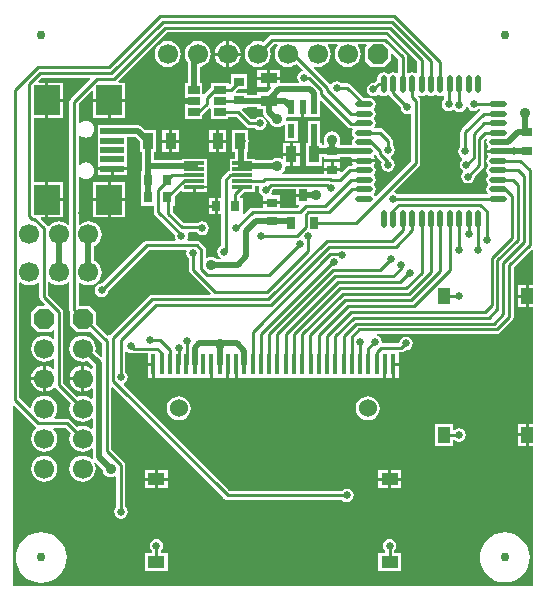
<source format=gtl>
G04 Layer_Physical_Order=1*
G04 Layer_Color=255*
%FSLAX24Y24*%
%MOIN*%
G70*
G01*
G75*
%ADD10R,0.0354X0.0551*%
%ADD11R,0.0551X0.0354*%
%ADD12R,0.0217X0.0453*%
%ADD13R,0.0354X0.0315*%
%ADD14R,0.0394X0.0256*%
%ADD15R,0.0256X0.0413*%
%ADD16R,0.0394X0.0551*%
%ADD17R,0.0551X0.0394*%
%ADD18R,0.0315X0.0354*%
%ADD19R,0.0157X0.0709*%
%ADD20R,0.0866X0.0984*%
%ADD21R,0.0787X0.0197*%
%ADD22R,0.0650X0.0118*%
%ADD23O,0.0591X0.0217*%
%ADD24O,0.0217X0.0591*%
%ADD25C,0.0197*%
%ADD26C,0.0098*%
%ADD27C,0.0100*%
%ADD28C,0.0669*%
%ADD29P,0.0724X8X292.5*%
%ADD30C,0.0300*%
%ADD31P,0.0724X8X202.5*%
%ADD32C,0.0600*%
%ADD33C,0.0250*%
%ADD34C,0.0354*%
G36*
X2767Y17077D02*
X2118Y16427D01*
X2085Y16379D01*
X2074Y16321D01*
Y12227D01*
X2024Y12214D01*
X1941Y12278D01*
X1835Y12322D01*
X1722Y12336D01*
X1609Y12322D01*
X1504Y12278D01*
X1414Y12208D01*
X1398Y12189D01*
X1337Y12191D01*
X1327Y12206D01*
X1110Y12423D01*
X1129Y12469D01*
X1269D01*
Y13061D01*
Y13653D01*
X889D01*
Y15776D01*
X1269D01*
Y16368D01*
Y16960D01*
X1055D01*
X1036Y17006D01*
X1153Y17123D01*
X2748D01*
X2767Y17077D01*
D02*
G37*
G36*
X8411Y13486D02*
X8402Y13473D01*
X8384Y13386D01*
X8402Y13299D01*
X8451Y13225D01*
X8525Y13175D01*
X8532Y13174D01*
Y13013D01*
X9086D01*
Y13220D01*
X8830D01*
X8804Y13270D01*
X8823Y13299D01*
X8840Y13386D01*
X8888Y13403D01*
X9615D01*
Y13249D01*
X9843D01*
Y13149D01*
X9615D01*
Y12892D01*
X9715D01*
X9734Y12846D01*
X9687Y12798D01*
X9086D01*
Y12913D01*
X8532D01*
Y12798D01*
X8178D01*
X8120Y12787D01*
X8072Y12754D01*
X7904Y12587D01*
X7854Y12608D01*
Y13120D01*
X7749D01*
Y13176D01*
X7900Y13327D01*
X8258D01*
Y13531D01*
X8387D01*
X8411Y13486D01*
D02*
G37*
G36*
X14005Y16553D02*
X14043Y16528D01*
X14124Y16512D01*
X14205Y16528D01*
X14243Y16553D01*
X14282Y16570D01*
X14320Y16553D01*
X14358Y16528D01*
X14439Y16512D01*
X14514Y16527D01*
X14529Y16523D01*
X14564Y16504D01*
Y16408D01*
X14554Y16401D01*
X14504Y16327D01*
X14487Y16240D01*
X14504Y16153D01*
X14554Y16079D01*
X14628Y16030D01*
X14715Y16012D01*
X14802Y16030D01*
X14838Y16054D01*
X14906Y16042D01*
X14908Y16040D01*
X14982Y15990D01*
X15069Y15973D01*
X15156Y15990D01*
X15230Y16040D01*
X15279Y16114D01*
X15288Y16159D01*
X15339D01*
X15341Y16153D01*
X15390Y16079D01*
X15464Y16030D01*
X15551Y16012D01*
X15638Y16030D01*
X15712Y16079D01*
X15719Y16090D01*
X15766D01*
X15782Y16040D01*
X15770Y16032D01*
X15149Y15412D01*
X15117Y15363D01*
X15105Y15305D01*
X15105Y15305D01*
Y14833D01*
X15095Y14826D01*
X15045Y14753D01*
X15028Y14665D01*
X15045Y14578D01*
X15095Y14504D01*
X15165Y14458D01*
X15170Y14435D01*
X15173Y14403D01*
X15144Y14384D01*
X15095Y14310D01*
X15077Y14223D01*
X15095Y14135D01*
X15144Y14061D01*
X15177Y14039D01*
X15193Y13990D01*
X15144Y13916D01*
X15127Y13829D01*
X15144Y13742D01*
X15193Y13668D01*
X15267Y13618D01*
X15354Y13601D01*
X15442Y13618D01*
X15515Y13668D01*
X15565Y13742D01*
X15582Y13829D01*
X15580Y13841D01*
X15845Y14106D01*
X15877Y14155D01*
X15889Y14213D01*
Y15036D01*
X15952Y15099D01*
X15991Y15067D01*
X15986Y15061D01*
X15970Y14980D01*
X15986Y14900D01*
X16011Y14862D01*
X16031Y14816D01*
X15985Y14747D01*
X15979Y14715D01*
X16368D01*
Y14615D01*
X15979D01*
X15985Y14584D01*
X16031Y14515D01*
X16011Y14468D01*
X15986Y14431D01*
X15970Y14350D01*
X15986Y14270D01*
X16032Y14201D01*
Y14184D01*
X15986Y14116D01*
X15970Y14035D01*
X15986Y13955D01*
X16012Y13916D01*
X16028Y13878D01*
X16012Y13840D01*
X15986Y13801D01*
X15970Y13720D01*
X15986Y13640D01*
X16032Y13571D01*
Y13555D01*
X15986Y13486D01*
X15970Y13406D01*
X15986Y13325D01*
X16009Y13291D01*
X15982Y13241D01*
X13013D01*
X13006Y13252D01*
X12932Y13301D01*
X12917Y13304D01*
X12903Y13352D01*
X13716Y14165D01*
X13748Y14213D01*
X13760Y14271D01*
Y16361D01*
X13748Y16419D01*
X13716Y16468D01*
X13690Y16493D01*
X13722Y16532D01*
X13728Y16528D01*
X13809Y16512D01*
X13890Y16528D01*
X13928Y16553D01*
X13967Y16570D01*
X14005Y16553D01*
D02*
G37*
G36*
X1504Y10261D02*
X1609Y10218D01*
X1722Y10203D01*
X1835Y10218D01*
X1941Y10261D01*
X2024Y10325D01*
X2074Y10312D01*
Y9380D01*
X2085Y9322D01*
X2086Y9321D01*
X2077Y9311D01*
Y8878D01*
X2293Y8661D01*
X2726D01*
X2753Y8688D01*
X3169Y8271D01*
Y7833D01*
X3123Y7814D01*
X2935Y8003D01*
X2947Y8094D01*
X2932Y8208D01*
X2888Y8313D01*
X2819Y8403D01*
X2728Y8473D01*
X2623Y8516D01*
X2510Y8531D01*
X2397Y8516D01*
X2291Y8473D01*
X2201Y8403D01*
X2132Y8313D01*
X2088Y8208D01*
X2073Y8094D01*
X2088Y7981D01*
X2132Y7876D01*
X2201Y7786D01*
X2291Y7716D01*
X2397Y7673D01*
X2510Y7658D01*
X2623Y7673D01*
X2675Y7694D01*
X2850Y7519D01*
Y7444D01*
X2800Y7419D01*
X2729Y7474D01*
X2623Y7518D01*
X2560Y7526D01*
Y7094D01*
Y6663D01*
X2623Y6671D01*
X2729Y6715D01*
X2800Y6770D01*
X2850Y6745D01*
Y6441D01*
X2800Y6417D01*
X2728Y6473D01*
X2623Y6516D01*
X2510Y6531D01*
X2397Y6516D01*
X2329Y6488D01*
X1863Y6954D01*
Y9323D01*
X1852Y9381D01*
X1819Y9429D01*
X1371Y9877D01*
Y10312D01*
X1421Y10325D01*
X1504Y10261D01*
D02*
G37*
G36*
X17526Y11386D02*
Y10218D01*
X17377D01*
Y9843D01*
Y9467D01*
X17526D01*
Y5592D01*
X17377D01*
Y5217D01*
Y4841D01*
X17526D01*
Y191D01*
X191D01*
Y6174D01*
X237Y6193D01*
X924Y5506D01*
X950Y5488D01*
X956Y5429D01*
X921Y5403D01*
X852Y5313D01*
X808Y5208D01*
X794Y5094D01*
X808Y4981D01*
X852Y4876D01*
X921Y4786D01*
X1012Y4716D01*
X1117Y4673D01*
X1230Y4658D01*
X1343Y4673D01*
X1449Y4716D01*
X1539Y4786D01*
X1609Y4876D01*
X1652Y4981D01*
X1667Y5094D01*
X1652Y5208D01*
X1609Y5313D01*
X1539Y5403D01*
X1525Y5414D01*
X1541Y5462D01*
X1930D01*
X2116Y5275D01*
X2088Y5208D01*
X2073Y5094D01*
X2088Y4981D01*
X2132Y4876D01*
X2201Y4786D01*
X2291Y4716D01*
X2397Y4673D01*
X2510Y4658D01*
X2623Y4673D01*
X2728Y4716D01*
X2800Y4772D01*
X2850Y4748D01*
Y4478D01*
X2860Y4432D01*
X2831Y4412D01*
X2814Y4407D01*
X2728Y4473D01*
X2623Y4516D01*
X2510Y4531D01*
X2397Y4516D01*
X2291Y4473D01*
X2201Y4403D01*
X2132Y4313D01*
X2088Y4208D01*
X2073Y4094D01*
X2088Y3981D01*
X2132Y3876D01*
X2201Y3786D01*
X2291Y3716D01*
X2397Y3673D01*
X2510Y3658D01*
X2623Y3673D01*
X2728Y3716D01*
X2819Y3786D01*
X2888Y3876D01*
X2932Y3981D01*
X2947Y4094D01*
X2932Y4208D01*
X2907Y4268D01*
X2949Y4297D01*
X3168Y4078D01*
X3176Y4013D01*
X3204Y3946D01*
X3248Y3888D01*
X3306Y3844D01*
X3373Y3816D01*
X3445Y3807D01*
X3517Y3816D01*
X3584Y3844D01*
X3594Y3852D01*
X3639Y3830D01*
Y2826D01*
X3628Y2819D01*
X3579Y2745D01*
X3562Y2657D01*
X3579Y2570D01*
X3628Y2496D01*
X3702Y2447D01*
X3789Y2430D01*
X3877Y2447D01*
X3950Y2496D01*
X4000Y2570D01*
X4017Y2657D01*
X4000Y2745D01*
X3950Y2819D01*
X3940Y2826D01*
Y4200D01*
X3928Y4257D01*
X3896Y4306D01*
X3470Y4731D01*
Y6791D01*
X3517Y6810D01*
X7234Y3092D01*
X7283Y3060D01*
X7341Y3048D01*
X11151D01*
X11158Y3038D01*
X11232Y2988D01*
X11319Y2971D01*
X11406Y2988D01*
X11480Y3038D01*
X11529Y3112D01*
X11547Y3199D01*
X11529Y3286D01*
X11480Y3360D01*
X11406Y3409D01*
X11319Y3427D01*
X11232Y3409D01*
X11158Y3360D01*
X11151Y3349D01*
X7403D01*
X3875Y6878D01*
X3889Y6934D01*
X3950Y6975D01*
X4000Y7049D01*
X4017Y7136D01*
X4000Y7223D01*
X3950Y7297D01*
X3940Y7304D01*
Y7974D01*
X3990Y7997D01*
X4047Y7959D01*
X4134Y7941D01*
X4175Y7950D01*
X4210Y7943D01*
X4693D01*
Y7629D01*
X4872D01*
Y7579D01*
X4922D01*
Y7124D01*
X5051D01*
Y7126D01*
X6622D01*
Y7124D01*
X6751D01*
Y7579D01*
X6851D01*
Y7124D01*
X6980D01*
Y7126D01*
X7174D01*
Y7124D01*
X7302D01*
Y7579D01*
X7402D01*
Y7124D01*
X7578D01*
Y7579D01*
X7678D01*
Y7124D01*
X7807D01*
Y7126D01*
X12410D01*
Y7124D01*
X12539D01*
Y7579D01*
X12639D01*
Y7124D01*
X12814D01*
Y7579D01*
X12864D01*
Y7629D01*
X13043D01*
Y7970D01*
X13140D01*
X13197Y7981D01*
X13246Y8014D01*
X13275Y8042D01*
X13287Y8040D01*
X13375Y8057D01*
X13448Y8107D01*
X13498Y8181D01*
X13515Y8268D01*
X13498Y8355D01*
X13448Y8429D01*
X13375Y8478D01*
X13287Y8496D01*
X13200Y8478D01*
X13126Y8429D01*
X13077Y8355D01*
X13060Y8271D01*
X12512D01*
X12480Y8309D01*
X12482Y8317D01*
X12464Y8404D01*
X12415Y8478D01*
X12341Y8527D01*
X12314Y8533D01*
X12319Y8583D01*
X16312D01*
X16370Y8594D01*
X16418Y8627D01*
X16839Y9047D01*
X16871Y9096D01*
X16883Y9154D01*
Y10814D01*
X17476Y11407D01*
X17526Y11386D01*
D02*
G37*
G36*
X520Y10261D02*
X625Y10218D01*
X738Y10203D01*
X851Y10218D01*
X957Y10261D01*
X1020Y10310D01*
X1070Y10285D01*
Y9815D01*
X1081Y9757D01*
X1114Y9709D01*
X1249Y9574D01*
X1230Y9528D01*
X1014D01*
X797Y9311D01*
Y8878D01*
X1014Y8661D01*
X1447D01*
X1516Y8730D01*
X1562Y8711D01*
Y8449D01*
X1512Y8424D01*
X1449Y8473D01*
X1343Y8516D01*
X1230Y8531D01*
X1117Y8516D01*
X1012Y8473D01*
X921Y8403D01*
X852Y8313D01*
X808Y8208D01*
X794Y8094D01*
X808Y7981D01*
X852Y7876D01*
X921Y7786D01*
X1012Y7716D01*
X1117Y7673D01*
X1230Y7658D01*
X1343Y7673D01*
X1449Y7716D01*
X1512Y7765D01*
X1562Y7740D01*
Y7451D01*
X1512Y7426D01*
X1450Y7474D01*
X1344Y7518D01*
X1280Y7526D01*
Y7094D01*
Y6663D01*
X1344Y6671D01*
X1450Y6715D01*
X1540Y6784D01*
X1550Y6797D01*
X1600Y6795D01*
X1606Y6785D01*
X2116Y6275D01*
X2088Y6208D01*
X2073Y6094D01*
X2088Y5981D01*
X2132Y5876D01*
X2201Y5786D01*
X2291Y5716D01*
X2397Y5673D01*
X2510Y5658D01*
X2623Y5673D01*
X2728Y5716D01*
X2800Y5772D01*
X2850Y5748D01*
Y5441D01*
X2800Y5417D01*
X2728Y5473D01*
X2623Y5516D01*
X2510Y5531D01*
X2397Y5516D01*
X2329Y5488D01*
X2099Y5719D01*
X2050Y5751D01*
X1992Y5763D01*
X1585D01*
X1560Y5813D01*
X1609Y5876D01*
X1652Y5981D01*
X1667Y6094D01*
X1652Y6208D01*
X1609Y6313D01*
X1539Y6403D01*
X1449Y6473D01*
X1343Y6516D01*
X1230Y6531D01*
X1117Y6516D01*
X1012Y6473D01*
X921Y6403D01*
X852Y6313D01*
X808Y6208D01*
X798Y6128D01*
X745Y6110D01*
X406Y6449D01*
Y10285D01*
X456Y10310D01*
X520Y10261D01*
D02*
G37*
G36*
X13659Y17663D02*
Y17295D01*
X13609Y17269D01*
X13575Y17291D01*
X13494Y17307D01*
X13413Y17291D01*
X13380Y17269D01*
X13330Y17295D01*
Y17799D01*
X13318Y17856D01*
X13286Y17905D01*
X12686Y18504D01*
X12637Y18537D01*
X12580Y18549D01*
X8835D01*
X8777Y18537D01*
X8729Y18504D01*
X8531Y18307D01*
X8463Y18335D01*
X8350Y18350D01*
X8237Y18335D01*
X8132Y18292D01*
X8042Y18222D01*
X7972Y18132D01*
X7928Y18026D01*
X7914Y17913D01*
X7928Y17800D01*
X7972Y17695D01*
X8042Y17605D01*
X8132Y17535D01*
X8237Y17491D01*
X8350Y17477D01*
X8463Y17491D01*
X8569Y17535D01*
X8659Y17605D01*
X8729Y17695D01*
X8772Y17800D01*
X8787Y17913D01*
X8772Y18026D01*
X8744Y18094D01*
X8897Y18247D01*
X8998D01*
X9023Y18197D01*
X8972Y18132D01*
X8928Y18026D01*
X8914Y17913D01*
X8928Y17800D01*
X8972Y17695D01*
X9042Y17605D01*
X9132Y17535D01*
X9237Y17491D01*
X9350Y17477D01*
X9463Y17491D01*
X9569Y17535D01*
X9643Y17592D01*
X9845Y17389D01*
X9830Y17342D01*
X9805Y17336D01*
X9731Y17287D01*
X9681Y17213D01*
X9664Y17126D01*
X9681Y17039D01*
X9719Y16983D01*
X9695Y16933D01*
X9086D01*
Y17056D01*
X8761D01*
Y16829D01*
X8803D01*
X8822Y16783D01*
X8673Y16634D01*
X8337D01*
Y16559D01*
X8002D01*
Y16624D01*
X7631D01*
X7611Y16670D01*
X7683Y16742D01*
X8002D01*
Y17254D01*
X7451D01*
Y16943D01*
X7418Y16917D01*
X7372Y16937D01*
Y16939D01*
X6781D01*
Y16790D01*
X6557Y16566D01*
X6547Y16566D01*
X6506Y16585D01*
Y16939D01*
X6411D01*
Y17485D01*
X6463Y17491D01*
X6569Y17535D01*
X6659Y17605D01*
X6729Y17695D01*
X6772Y17800D01*
X6787Y17913D01*
X6772Y18026D01*
X6729Y18132D01*
X6659Y18222D01*
X6569Y18292D01*
X6463Y18335D01*
X6350Y18350D01*
X6237Y18335D01*
X6132Y18292D01*
X6042Y18222D01*
X5972Y18132D01*
X5928Y18026D01*
X5914Y17913D01*
X5928Y17800D01*
X5972Y17695D01*
X6010Y17646D01*
Y16939D01*
X5915D01*
Y16567D01*
X5914D01*
Y16111D01*
X5915D01*
Y15738D01*
X6506D01*
Y15887D01*
X6732Y16113D01*
X6733Y16113D01*
X6781Y16092D01*
Y15738D01*
X7372D01*
Y15814D01*
X7644D01*
X7964Y15494D01*
X8013Y15461D01*
X8071Y15450D01*
X8247D01*
X8254Y15439D01*
X8328Y15390D01*
X8415Y15373D01*
X8503Y15390D01*
X8576Y15439D01*
X8626Y15513D01*
X8643Y15600D01*
X8626Y15688D01*
X8576Y15761D01*
X8503Y15811D01*
X8415Y15828D01*
X8328Y15811D01*
X8254Y15761D01*
X8247Y15751D01*
X8133D01*
X7822Y16062D01*
X7830Y16097D01*
X7841Y16112D01*
X8002D01*
Y16158D01*
X8337D01*
Y16083D01*
X8510D01*
Y15994D01*
X8525Y15917D01*
X8569Y15852D01*
X8736Y15685D01*
X8737Y15676D01*
X8765Y15609D01*
X8809Y15551D01*
X8867Y15507D01*
X8934Y15480D01*
X9006Y15470D01*
X9078Y15480D01*
X9145Y15507D01*
X9202Y15551D01*
X9212Y15564D01*
X9262Y15547D01*
Y15020D01*
X9675D01*
Y15669D01*
X9324D01*
X9280Y15719D01*
X9284Y15748D01*
X9280Y15777D01*
X9324Y15827D01*
X9634D01*
Y15825D01*
X9793D01*
Y16152D01*
X9893D01*
Y15825D01*
X10051D01*
Y15827D01*
X10423D01*
Y16341D01*
X10469Y16360D01*
X11346Y15484D01*
X11395Y15451D01*
X11452Y15440D01*
X11488D01*
X11512Y15396D01*
X11498Y15376D01*
X11482Y15295D01*
X11498Y15215D01*
X11544Y15146D01*
Y15129D01*
X11498Y15061D01*
X11482Y14980D01*
X11495Y14916D01*
X11465Y14866D01*
X11102D01*
Y14941D01*
X11102D01*
X11096Y14988D01*
X11096Y14991D01*
X11105Y15059D01*
X11095Y15131D01*
X11068Y15198D01*
X11023Y15256D01*
X10966Y15300D01*
X10899Y15328D01*
X10827Y15337D01*
X10755Y15328D01*
X10688Y15300D01*
X10630Y15256D01*
X10586Y15198D01*
X10558Y15131D01*
X10549Y15059D01*
X10558Y14991D01*
X10558Y14990D01*
X10551Y14941D01*
X10551Y14941D01*
X10551Y14941D01*
Y14866D01*
X10492D01*
Y14941D01*
X10417D01*
Y15020D01*
X10423D01*
Y15669D01*
X10010D01*
Y15020D01*
X10016D01*
Y14941D01*
X9941D01*
Y14193D01*
X10492D01*
Y14465D01*
X10551D01*
Y14429D01*
X11102D01*
Y14465D01*
X11463D01*
X11493Y14415D01*
X11491Y14400D01*
X12269D01*
X12263Y14432D01*
X12219Y14497D01*
X12238Y14537D01*
X12286Y14535D01*
X12318Y14487D01*
X12490Y14315D01*
X12486Y14310D01*
X12469Y14222D01*
X12486Y14135D01*
X12536Y14061D01*
X12610Y14012D01*
X12697Y13995D01*
X12784Y14012D01*
X12858Y14061D01*
X12907Y14135D01*
X12925Y14222D01*
X12907Y14310D01*
X12858Y14384D01*
X12812Y14414D01*
X12803Y14427D01*
X12775Y14455D01*
X12792Y14509D01*
X12858Y14553D01*
X12907Y14627D01*
X12925Y14715D01*
X12907Y14802D01*
X12858Y14876D01*
X12847Y14883D01*
Y15010D01*
X12836Y15067D01*
X12803Y15116D01*
X12518Y15402D01*
X12469Y15434D01*
X12411Y15446D01*
X12266D01*
X12239Y15496D01*
X12262Y15530D01*
X12278Y15610D01*
X12262Y15691D01*
X12216Y15759D01*
Y15776D01*
X12262Y15845D01*
X12278Y15925D01*
X12262Y16006D01*
X12236Y16044D01*
X12220Y16083D01*
X12236Y16121D01*
X12262Y16160D01*
X12278Y16240D01*
X12262Y16321D01*
X12216Y16389D01*
X12148Y16435D01*
X12067Y16451D01*
X11882D01*
X11445Y16888D01*
X11396Y16921D01*
X11338Y16932D01*
X11143D01*
X11136Y16943D01*
X11062Y16992D01*
X10975Y17009D01*
X10887Y16992D01*
X10813Y16943D01*
X10803Y16926D01*
X10739Y16921D01*
X10214Y17446D01*
X10236Y17488D01*
X10240Y17491D01*
X10350Y17477D01*
X10463Y17491D01*
X10569Y17535D01*
X10659Y17605D01*
X10729Y17695D01*
X10772Y17800D01*
X10787Y17913D01*
X10772Y18026D01*
X10729Y18132D01*
X10678Y18197D01*
X10703Y18247D01*
X10998D01*
X11023Y18197D01*
X10972Y18132D01*
X10928Y18026D01*
X10914Y17913D01*
X10928Y17800D01*
X10972Y17695D01*
X11042Y17605D01*
X11132Y17535D01*
X11237Y17491D01*
X11350Y17477D01*
X11463Y17491D01*
X11569Y17535D01*
X11659Y17605D01*
X11729Y17695D01*
X11772Y17800D01*
X11787Y17913D01*
X11772Y18026D01*
X11729Y18132D01*
X11678Y18197D01*
X11703Y18247D01*
X11970D01*
X11989Y18201D01*
X11917Y18130D01*
Y17697D01*
X12134Y17480D01*
X12567D01*
X12783Y17697D01*
Y17916D01*
X12830Y17935D01*
X13029Y17736D01*
Y17295D01*
X12979Y17269D01*
X12945Y17291D01*
X12864Y17307D01*
X12784Y17291D01*
X12715Y17245D01*
X12698D01*
X12630Y17291D01*
X12549Y17307D01*
X12469Y17291D01*
X12400Y17245D01*
X12355Y17177D01*
X12338Y17096D01*
Y17051D01*
X12324Y17049D01*
X12275Y17016D01*
X12217Y16958D01*
X12205Y16960D01*
X12118Y16943D01*
X12044Y16893D01*
X11994Y16819D01*
X11977Y16732D01*
X11994Y16645D01*
X12044Y16571D01*
X12118Y16522D01*
X12205Y16504D01*
X12292Y16522D01*
X12349Y16560D01*
X12400Y16573D01*
X12469Y16528D01*
X12549Y16512D01*
X12630Y16528D01*
X12674Y16557D01*
X12718Y16557D01*
X12735Y16542D01*
X12758Y16508D01*
X13111Y16154D01*
X13109Y16142D01*
X13126Y16055D01*
X13176Y15981D01*
X13249Y15931D01*
X13337Y15914D01*
X13409Y15928D01*
X13459Y15899D01*
Y14333D01*
X12307Y13181D01*
X12247Y13193D01*
X12236Y13210D01*
X12220Y13248D01*
X12236Y13286D01*
X12262Y13325D01*
X12278Y13406D01*
X12262Y13486D01*
X12216Y13555D01*
Y13571D01*
X12262Y13640D01*
X12278Y13720D01*
X12262Y13801D01*
X12216Y13869D01*
Y13886D01*
X12262Y13955D01*
X12278Y14035D01*
X12262Y14116D01*
X12237Y14153D01*
X12217Y14200D01*
X12263Y14269D01*
X12269Y14300D01*
X11491D01*
X11497Y14269D01*
X11519Y14236D01*
X11492Y14186D01*
X11427D01*
X11370Y14174D01*
X11321Y14142D01*
X11150Y13971D01*
X11104Y13990D01*
Y14005D01*
X10550D01*
Y13901D01*
X9185D01*
X9168Y13951D01*
X9202Y13977D01*
X9247Y14034D01*
X9274Y14101D01*
X9284Y14173D01*
X9300Y14191D01*
X9419D01*
Y14517D01*
X9191D01*
Y14435D01*
X9146Y14413D01*
X9145Y14414D01*
X9078Y14442D01*
X9006Y14451D01*
X8934Y14442D01*
X8867Y14414D01*
X8815Y14374D01*
X8258D01*
Y14429D01*
X7976D01*
Y14636D01*
X8031D01*
Y14921D01*
X8040Y14933D01*
X8055Y15010D01*
X8040Y15087D01*
X8031Y15099D01*
Y15384D01*
X7480D01*
Y14636D01*
X7575D01*
Y14429D01*
X7411D01*
Y14025D01*
X7373Y14017D01*
X7325Y13984D01*
X7177Y13837D01*
X7144Y13788D01*
X7133Y13730D01*
Y13122D01*
X7019D01*
Y12844D01*
Y12567D01*
X7133D01*
Y11520D01*
X7073Y11480D01*
X7024Y11406D01*
X7006Y11319D01*
X7024Y11232D01*
X7073Y11158D01*
X7120Y11127D01*
X7105Y11077D01*
X6982D01*
X6930Y11117D01*
X6863Y11144D01*
X6791Y11154D01*
X6719Y11144D01*
X6668Y11123D01*
X6630Y11149D01*
X6624Y11157D01*
Y11383D01*
X6612Y11440D01*
X6580Y11489D01*
X6420Y11649D01*
X6371Y11681D01*
X6314Y11693D01*
X6020D01*
X5993Y11743D01*
X6014Y11773D01*
X6031Y11860D01*
X6017Y11932D01*
X6046Y11982D01*
X6310D01*
X6335Y11945D01*
X6409Y11896D01*
X6496Y11879D01*
X6583Y11896D01*
X6657Y11945D01*
X6707Y12019D01*
X6724Y12106D01*
X6707Y12194D01*
X6657Y12267D01*
X6583Y12317D01*
X6496Y12334D01*
X6409Y12317D01*
X6359Y12283D01*
X5892D01*
X5515Y12661D01*
Y12864D01*
X5591D01*
Y13183D01*
X5769Y13361D01*
X5815Y13342D01*
Y13325D01*
X6190D01*
Y13484D01*
X6240D01*
Y13524D01*
X6663D01*
Y13534D01*
X6665D01*
Y13643D01*
X6663D01*
Y13917D01*
Y14429D01*
X5817D01*
Y14374D01*
X4896D01*
Y14636D01*
X4970D01*
Y15384D01*
X4605D01*
X4502Y15486D01*
X4437Y15530D01*
X4360Y15545D01*
X3504D01*
X3485Y15541D01*
X3012D01*
Y15148D01*
Y14833D01*
Y14518D01*
Y14283D01*
X3010D01*
Y14135D01*
X3998D01*
Y14283D01*
X3996D01*
Y14518D01*
Y14833D01*
Y15144D01*
X4277D01*
X4419Y15002D01*
Y14636D01*
X4494D01*
Y14173D01*
Y14006D01*
X4449D01*
Y13455D01*
X4449D01*
Y13415D01*
X4449D01*
Y12864D01*
X4879D01*
Y12655D01*
X4890Y12597D01*
X4923Y12548D01*
X5581Y11890D01*
X5575Y11860D01*
X5593Y11773D01*
X5613Y11743D01*
X5586Y11693D01*
X4653D01*
X4595Y11681D01*
X4546Y11649D01*
X3162Y10265D01*
X3150Y10267D01*
X3062Y10250D01*
X2989Y10200D01*
X2939Y10127D01*
X2922Y10039D01*
X2939Y9952D01*
X2989Y9878D01*
X3062Y9829D01*
X3150Y9812D01*
X3237Y9829D01*
X3311Y9878D01*
X3360Y9952D01*
X3377Y10039D01*
X3375Y10052D01*
X4715Y11392D01*
X5958D01*
X5987Y11342D01*
X5973Y11270D01*
X5990Y11183D01*
X6040Y11109D01*
X6050Y11102D01*
Y10729D01*
X6062Y10671D01*
X6094Y10622D01*
X6776Y9941D01*
X6757Y9895D01*
X4823D01*
X4765Y9883D01*
X4716Y9851D01*
X3410Y8544D01*
X3403Y8534D01*
X3339Y8528D01*
X2943Y8924D01*
Y9311D01*
X2726Y9528D01*
X2375D01*
Y10285D01*
X2425Y10310D01*
X2488Y10261D01*
X2594Y10218D01*
X2707Y10203D01*
X2820Y10218D01*
X2925Y10261D01*
X3016Y10331D01*
X3085Y10421D01*
X3129Y10527D01*
X3144Y10640D01*
X3129Y10753D01*
X3085Y10858D01*
X3016Y10949D01*
X2925Y11018D01*
X2907Y11025D01*
Y11514D01*
X2925Y11521D01*
X3016Y11591D01*
X3085Y11681D01*
X3129Y11787D01*
X3144Y11900D01*
X3129Y12013D01*
X3085Y12118D01*
X3016Y12208D01*
X2925Y12278D01*
X2820Y12322D01*
X2707Y12336D01*
X2594Y12322D01*
X2488Y12278D01*
X2425Y12229D01*
X2375Y12254D01*
Y13808D01*
X2410Y13824D01*
X2425Y13826D01*
X2479Y13785D01*
X2546Y13757D01*
X2618Y13748D01*
X2690Y13757D01*
X2757Y13785D01*
X2815Y13829D01*
X2859Y13887D01*
X2887Y13954D01*
X2896Y14026D01*
X2887Y14098D01*
X2859Y14165D01*
X2815Y14222D01*
X2757Y14266D01*
X2690Y14294D01*
X2618Y14304D01*
X2546Y14294D01*
X2479Y14266D01*
X2425Y14225D01*
X2410Y14227D01*
X2375Y14244D01*
Y15186D01*
X2410Y15202D01*
X2425Y15204D01*
X2479Y15163D01*
X2546Y15135D01*
X2618Y15126D01*
X2690Y15135D01*
X2757Y15163D01*
X2815Y15207D01*
X2859Y15265D01*
X2887Y15332D01*
X2896Y15404D01*
X2887Y15475D01*
X2859Y15543D01*
X2815Y15600D01*
X2757Y15644D01*
X2690Y15672D01*
X2618Y15682D01*
X2546Y15672D01*
X2479Y15644D01*
X2425Y15603D01*
X2410Y15605D01*
X2375Y15621D01*
Y16259D01*
X2826Y16710D01*
X2872Y16691D01*
Y16418D01*
X3939D01*
Y16960D01*
X3720D01*
X3700Y17010D01*
X5331Y18641D01*
X12681D01*
X13659Y17663D01*
D02*
G37*
%LPC*%
G36*
X4822Y7529D02*
X4693D01*
Y7124D01*
X4822D01*
Y7529D01*
D02*
G37*
G36*
X13043D02*
X12914D01*
Y7124D01*
X13043D01*
Y7529D01*
D02*
G37*
G36*
X1180Y7526D02*
X1117Y7518D01*
X1011Y7474D01*
X920Y7404D01*
X851Y7314D01*
X807Y7208D01*
X799Y7144D01*
X1180D01*
Y7526D01*
D02*
G37*
G36*
X2460Y7044D02*
X2078D01*
X2086Y6981D01*
X2130Y6875D01*
X2200Y6784D01*
X2291Y6715D01*
X2396Y6671D01*
X2460Y6663D01*
Y7044D01*
D02*
G37*
G36*
X12018Y6504D02*
X11914Y6491D01*
X11817Y6450D01*
X11734Y6387D01*
X11670Y6303D01*
X11630Y6206D01*
X11616Y6102D01*
X11630Y5998D01*
X11670Y5901D01*
X11734Y5818D01*
X11817Y5754D01*
X11914Y5714D01*
X12018Y5701D01*
X12122Y5714D01*
X12219Y5754D01*
X12302Y5818D01*
X12366Y5901D01*
X12406Y5998D01*
X12420Y6102D01*
X12406Y6206D01*
X12366Y6303D01*
X12302Y6387D01*
X12219Y6450D01*
X12122Y6491D01*
X12018Y6504D01*
D02*
G37*
G36*
X1180Y7044D02*
X799D01*
X807Y6981D01*
X851Y6875D01*
X920Y6784D01*
X1011Y6715D01*
X1117Y6671D01*
X1180Y6663D01*
Y7044D01*
D02*
G37*
G36*
X5719Y6504D02*
X5614Y6491D01*
X5518Y6450D01*
X5434Y6387D01*
X5370Y6303D01*
X5330Y6206D01*
X5317Y6102D01*
X5330Y5998D01*
X5370Y5901D01*
X5434Y5818D01*
X5518Y5754D01*
X5614Y5714D01*
X5719Y5701D01*
X5823Y5714D01*
X5919Y5754D01*
X6003Y5818D01*
X6067Y5901D01*
X6107Y5998D01*
X6120Y6102D01*
X6107Y6206D01*
X6067Y6303D01*
X6003Y6387D01*
X5919Y6450D01*
X5823Y6491D01*
X5719Y6504D01*
D02*
G37*
G36*
X2460Y7526D02*
X2396Y7518D01*
X2291Y7474D01*
X2200Y7404D01*
X2130Y7314D01*
X2086Y7208D01*
X2078Y7144D01*
X2460D01*
Y7526D01*
D02*
G37*
G36*
X17277Y10218D02*
X17030D01*
Y9893D01*
X17277D01*
Y10218D01*
D02*
G37*
G36*
X7300Y17863D02*
X6919D01*
X6927Y17800D01*
X6971Y17694D01*
X7040Y17603D01*
X7131Y17534D01*
X7237Y17490D01*
X7300Y17482D01*
Y17863D01*
D02*
G37*
G36*
X1852Y13011D02*
X1369D01*
Y12469D01*
X1852D01*
Y13011D01*
D02*
G37*
G36*
X17277Y9793D02*
X17030D01*
Y9467D01*
X17277D01*
Y9793D01*
D02*
G37*
G36*
X7400Y18345D02*
Y17963D01*
X7782D01*
X7774Y18027D01*
X7730Y18133D01*
X7660Y18223D01*
X7570Y18293D01*
X7464Y18337D01*
X7400Y18345D01*
D02*
G37*
G36*
X7300D02*
X7237Y18337D01*
X7131Y18293D01*
X7040Y18223D01*
X6971Y18133D01*
X6927Y18027D01*
X6919Y17963D01*
X7300D01*
Y18345D01*
D02*
G37*
G36*
X7782Y17863D02*
X7400D01*
Y17482D01*
X7464Y17490D01*
X7570Y17534D01*
X7660Y17603D01*
X7730Y17694D01*
X7774Y17800D01*
X7782Y17863D01*
D02*
G37*
G36*
X17277Y5592D02*
X17030D01*
Y5267D01*
X17277D01*
Y5592D01*
D02*
G37*
G36*
X4920Y3694D02*
X4595D01*
Y3447D01*
X4920D01*
Y3694D01*
D02*
G37*
G36*
X5346D02*
X5020D01*
Y3447D01*
X5346D01*
Y3694D01*
D02*
G37*
G36*
X12696Y3694D02*
X12370D01*
Y3447D01*
X12696D01*
Y3694D01*
D02*
G37*
G36*
X12746Y1753D02*
X12659Y1736D01*
X12585Y1687D01*
X12536Y1613D01*
X12518Y1526D01*
X12536Y1438D01*
X12585Y1365D01*
X12596Y1357D01*
Y1276D01*
X12372D01*
Y685D01*
X13120D01*
Y1276D01*
X12897D01*
Y1357D01*
X12907Y1365D01*
X12957Y1438D01*
X12974Y1526D01*
X12957Y1613D01*
X12907Y1687D01*
X12833Y1736D01*
X12746Y1753D01*
D02*
G37*
G36*
X1132Y1980D02*
X967Y1963D01*
X808Y1915D01*
X661Y1837D01*
X532Y1731D01*
X427Y1603D01*
X349Y1456D01*
X301Y1297D01*
X284Y1132D01*
X301Y967D01*
X349Y808D01*
X427Y661D01*
X532Y532D01*
X661Y427D01*
X808Y349D01*
X967Y301D01*
X1132Y284D01*
X1297Y301D01*
X1456Y349D01*
X1603Y427D01*
X1731Y532D01*
X1837Y661D01*
X1915Y808D01*
X1963Y967D01*
X1980Y1132D01*
X1963Y1297D01*
X1915Y1456D01*
X1837Y1603D01*
X1731Y1731D01*
X1603Y1837D01*
X1456Y1915D01*
X1297Y1963D01*
X1132Y1980D01*
D02*
G37*
G36*
X16585Y1965D02*
X16422Y1949D01*
X16266Y1901D01*
X16122Y1824D01*
X15996Y1721D01*
X15892Y1594D01*
X15815Y1451D01*
X15768Y1294D01*
X15752Y1132D01*
X15768Y969D01*
X15815Y813D01*
X15892Y669D01*
X15996Y543D01*
X16122Y440D01*
X16266Y363D01*
X16422Y315D01*
X16585Y299D01*
X16747Y315D01*
X16903Y363D01*
X17047Y440D01*
X17173Y543D01*
X17277Y669D01*
X17354Y813D01*
X17401Y969D01*
X17417Y1132D01*
X17401Y1294D01*
X17354Y1451D01*
X17277Y1594D01*
X17173Y1721D01*
X17047Y1824D01*
X16903Y1901D01*
X16747Y1949D01*
X16585Y1965D01*
D02*
G37*
G36*
X4970Y1753D02*
X4883Y1736D01*
X4809Y1687D01*
X4760Y1613D01*
X4743Y1526D01*
X4760Y1438D01*
X4809Y1365D01*
X4820Y1357D01*
Y1276D01*
X4596D01*
Y685D01*
X5344D01*
Y1276D01*
X5121D01*
Y1357D01*
X5132Y1365D01*
X5181Y1438D01*
X5198Y1526D01*
X5181Y1613D01*
X5132Y1687D01*
X5058Y1736D01*
X4970Y1753D01*
D02*
G37*
G36*
X13122Y3694D02*
X12796D01*
Y3447D01*
X13122D01*
Y3694D01*
D02*
G37*
G36*
Y4041D02*
X12796D01*
Y3794D01*
X13122D01*
Y4041D01*
D02*
G37*
G36*
X17277Y5167D02*
X17030D01*
Y4841D01*
X17277D01*
Y5167D01*
D02*
G37*
G36*
X14858Y5591D02*
X14268D01*
Y4843D01*
X14858D01*
Y5026D01*
X14872Y5036D01*
X14908Y5049D01*
X14972Y5006D01*
X15059Y4989D01*
X15146Y5006D01*
X15220Y5055D01*
X15270Y5129D01*
X15287Y5217D01*
X15270Y5304D01*
X15220Y5378D01*
X15146Y5427D01*
X15059Y5444D01*
X14972Y5427D01*
X14908Y5384D01*
X14872Y5397D01*
X14858Y5407D01*
Y5591D01*
D02*
G37*
G36*
X12696Y4041D02*
X12370D01*
Y3794D01*
X12696D01*
Y4041D01*
D02*
G37*
G36*
X1230Y4531D02*
X1117Y4516D01*
X1012Y4473D01*
X921Y4403D01*
X852Y4313D01*
X808Y4208D01*
X794Y4094D01*
X808Y3981D01*
X852Y3876D01*
X921Y3786D01*
X1012Y3716D01*
X1117Y3673D01*
X1230Y3658D01*
X1343Y3673D01*
X1449Y3716D01*
X1539Y3786D01*
X1609Y3876D01*
X1652Y3981D01*
X1667Y4094D01*
X1652Y4208D01*
X1609Y4313D01*
X1539Y4403D01*
X1449Y4473D01*
X1343Y4516D01*
X1230Y4531D01*
D02*
G37*
G36*
X4920Y4041D02*
X4595D01*
Y3794D01*
X4920D01*
Y4041D01*
D02*
G37*
G36*
X5346D02*
X5020D01*
Y3794D01*
X5346D01*
Y4041D01*
D02*
G37*
G36*
X5393Y15385D02*
X5166D01*
Y15060D01*
X5393D01*
Y15385D01*
D02*
G37*
G36*
X5720D02*
X5493D01*
Y15060D01*
X5720D01*
Y15385D01*
D02*
G37*
G36*
X6958D02*
X6731D01*
Y15060D01*
X6958D01*
Y15385D01*
D02*
G37*
G36*
X7285Y14960D02*
X7058D01*
Y14634D01*
X7285D01*
Y14960D01*
D02*
G37*
G36*
X5393D02*
X5166D01*
Y14634D01*
X5393D01*
Y14960D01*
D02*
G37*
G36*
X5720D02*
X5493D01*
Y14634D01*
X5720D01*
Y14960D01*
D02*
G37*
G36*
X6958D02*
X6731D01*
Y14634D01*
X6958D01*
Y14960D01*
D02*
G37*
G36*
X7285Y15385D02*
X7058D01*
Y15060D01*
X7285D01*
Y15385D01*
D02*
G37*
G36*
X8661Y17056D02*
X8335D01*
Y16829D01*
X8661D01*
Y17056D01*
D02*
G37*
G36*
Y17383D02*
X8335D01*
Y17156D01*
X8661D01*
Y17383D01*
D02*
G37*
G36*
X9086D02*
X8761D01*
Y17156D01*
X9086D01*
Y17383D01*
D02*
G37*
G36*
X1852Y16960D02*
X1369D01*
Y16418D01*
X1852D01*
Y16960D01*
D02*
G37*
G36*
Y16318D02*
X1369D01*
Y15776D01*
X1852D01*
Y16318D01*
D02*
G37*
G36*
X3356D02*
X2872D01*
Y15776D01*
X3356D01*
Y16318D01*
D02*
G37*
G36*
X3939D02*
X3456D01*
Y15776D01*
X3939D01*
Y16318D01*
D02*
G37*
G36*
X9746Y14943D02*
X9518D01*
Y14617D01*
X9746D01*
Y14943D01*
D02*
G37*
G36*
X6919Y13122D02*
X6711D01*
Y12894D01*
X6919D01*
Y13122D01*
D02*
G37*
G36*
X1852Y13653D02*
X1369D01*
Y13111D01*
X1852D01*
Y13653D01*
D02*
G37*
G36*
X3356D02*
X2872D01*
Y13111D01*
X3356D01*
Y13653D01*
D02*
G37*
G36*
X5350Y18350D02*
X5237Y18335D01*
X5132Y18292D01*
X5042Y18222D01*
X4972Y18132D01*
X4928Y18026D01*
X4914Y17913D01*
X4928Y17800D01*
X4972Y17695D01*
X5042Y17605D01*
X5132Y17535D01*
X5237Y17491D01*
X5350Y17477D01*
X5463Y17491D01*
X5569Y17535D01*
X5659Y17605D01*
X5729Y17695D01*
X5772Y17800D01*
X5787Y17913D01*
X5772Y18026D01*
X5729Y18132D01*
X5659Y18222D01*
X5569Y18292D01*
X5463Y18335D01*
X5350Y18350D01*
D02*
G37*
G36*
X3356Y13011D02*
X2872D01*
Y12469D01*
X3356D01*
Y13011D01*
D02*
G37*
G36*
X3939D02*
X3456D01*
Y12469D01*
X3939D01*
Y13011D01*
D02*
G37*
G36*
X6919Y12794D02*
X6711D01*
Y12567D01*
X6919D01*
Y12794D01*
D02*
G37*
G36*
X3939Y13653D02*
X3456D01*
Y13111D01*
X3939D01*
Y13653D01*
D02*
G37*
G36*
X11104Y14313D02*
X10877D01*
Y14105D01*
X11104D01*
Y14313D01*
D02*
G37*
G36*
X9746Y14517D02*
X9518D01*
Y14191D01*
X9746D01*
Y14517D01*
D02*
G37*
G36*
X9419Y14943D02*
X9191D01*
Y14617D01*
X9419D01*
Y14943D01*
D02*
G37*
G36*
X10777Y14313D02*
X10550D01*
Y14105D01*
X10777D01*
Y14313D01*
D02*
G37*
G36*
X6665Y13434D02*
X6290D01*
Y13325D01*
X6665D01*
Y13434D01*
D02*
G37*
G36*
X3454Y14035D02*
X3010D01*
Y13886D01*
X3454D01*
Y14035D01*
D02*
G37*
G36*
X3998D02*
X3554D01*
Y13886D01*
X3998D01*
Y14035D01*
D02*
G37*
%LPD*%
D10*
X9469Y14567D02*
D03*
X10217D02*
D03*
X5443Y15010D02*
D03*
X4695D02*
D03*
X7008D02*
D03*
X7756D02*
D03*
D11*
X8711Y17106D02*
D03*
Y16358D02*
D03*
D12*
X10217Y16152D02*
D03*
X9843D02*
D03*
X9469D02*
D03*
Y15344D02*
D03*
X10217D02*
D03*
D13*
X7726Y16998D02*
D03*
Y16368D02*
D03*
X8809Y12963D02*
D03*
Y12333D02*
D03*
X17323Y15325D02*
D03*
Y14695D02*
D03*
X10827Y14685D02*
D03*
Y14055D02*
D03*
D14*
X6211Y15965D02*
D03*
Y16713D02*
D03*
X7077Y16713D02*
D03*
Y16339D02*
D03*
Y15965D02*
D03*
X6211Y16339D02*
D03*
D15*
X9843Y13199D02*
D03*
X9469Y12293D02*
D03*
X10217D02*
D03*
D16*
X14563Y9843D02*
D03*
X17327D02*
D03*
X14563Y5217D02*
D03*
X17327D02*
D03*
D17*
X12746Y980D02*
D03*
Y3744D02*
D03*
X4970Y980D02*
D03*
Y3744D02*
D03*
D18*
X7598Y12844D02*
D03*
X6969D02*
D03*
X4705Y13140D02*
D03*
X5335D02*
D03*
X4705Y13730D02*
D03*
X5335D02*
D03*
D19*
X4872Y7579D02*
D03*
X5148D02*
D03*
X5423D02*
D03*
X5699D02*
D03*
X6250D02*
D03*
X6526D02*
D03*
X6801D02*
D03*
X7077D02*
D03*
X7352D02*
D03*
X7628D02*
D03*
X7904D02*
D03*
X8179D02*
D03*
X8455D02*
D03*
X8730D02*
D03*
X9281D02*
D03*
X9557D02*
D03*
X9833D02*
D03*
X10108D02*
D03*
X10384D02*
D03*
X10663D02*
D03*
X10935D02*
D03*
X11211D02*
D03*
X11486D02*
D03*
X12313D02*
D03*
X12589D02*
D03*
X12864D02*
D03*
X5974D02*
D03*
X9006D02*
D03*
X11762D02*
D03*
X12037D02*
D03*
D20*
X1319Y16368D02*
D03*
Y13061D02*
D03*
X3406D02*
D03*
Y16368D02*
D03*
D21*
X3504Y15344D02*
D03*
Y15030D02*
D03*
Y14715D02*
D03*
Y14400D02*
D03*
Y14085D02*
D03*
D22*
X7835Y13484D02*
D03*
Y13681D02*
D03*
Y13878D02*
D03*
Y14075D02*
D03*
Y14272D02*
D03*
X6240Y13484D02*
D03*
Y13681D02*
D03*
Y13878D02*
D03*
Y14075D02*
D03*
Y14272D02*
D03*
D23*
X16368Y13091D02*
D03*
Y13406D02*
D03*
Y13720D02*
D03*
Y14035D02*
D03*
Y14350D02*
D03*
Y14665D02*
D03*
Y14980D02*
D03*
Y15295D02*
D03*
Y15610D02*
D03*
Y15925D02*
D03*
Y16240D02*
D03*
X11880Y16240D02*
D03*
Y15925D02*
D03*
Y15610D02*
D03*
Y15295D02*
D03*
Y14980D02*
D03*
Y14665D02*
D03*
Y14350D02*
D03*
Y14035D02*
D03*
Y13720D02*
D03*
Y13406D02*
D03*
Y13091D02*
D03*
D24*
X15699Y16909D02*
D03*
X15384D02*
D03*
X15069D02*
D03*
X14754D02*
D03*
X14439D02*
D03*
X14124D02*
D03*
X13809D02*
D03*
X13494D02*
D03*
X13179D02*
D03*
X12864D02*
D03*
X12549D02*
D03*
X12549Y12421D02*
D03*
X12864D02*
D03*
X13179D02*
D03*
X13494D02*
D03*
X13809D02*
D03*
X14124D02*
D03*
X14439D02*
D03*
X14754D02*
D03*
X15069D02*
D03*
X15384D02*
D03*
X15699D02*
D03*
D25*
X6398Y8268D02*
X7650D01*
X4695Y14173D02*
X6250D01*
X7776D02*
X9006D01*
X7776Y14931D02*
X7854Y15010D01*
X7776Y14173D02*
Y14931D01*
X17274Y15332D02*
X17302Y15304D01*
X10827Y14665D02*
X11880D01*
X10315D02*
X10827D01*
X2534Y8119D02*
X3051Y7602D01*
X16880Y14665D02*
X17293D01*
X16368D02*
X16880D01*
X1722Y10640D02*
Y11900D01*
X5709Y16339D02*
X6211D01*
X9843Y13199D02*
X10276D01*
X17293Y14665D02*
X17323Y14695D01*
X6250Y8120D02*
X6398Y8268D01*
X7650D02*
X7904Y8015D01*
Y7579D02*
Y8015D01*
X7677Y10876D02*
X7972Y11171D01*
X6791Y10876D02*
X7677D01*
X7726Y16368D02*
X7736Y16358D01*
X8711D01*
Y15994D02*
X8957Y15748D01*
X10217Y16152D02*
Y16604D01*
X10089Y16732D02*
X10217Y16604D01*
X7697Y16339D02*
X7726Y16368D01*
X8957Y15748D02*
X9006D01*
X8711Y15994D02*
Y16358D01*
X9262D02*
X9469Y16152D01*
X8711Y16358D02*
X9262D01*
X9055Y16732D02*
X10089D01*
X8711Y16388D02*
X9055Y16732D01*
X8711Y16358D02*
Y16388D01*
X17274Y15332D02*
Y15945D01*
X16705Y14980D02*
X17029Y15304D01*
X16368Y14980D02*
X16705D01*
X6211Y17774D02*
X6350Y17913D01*
X6211Y16713D02*
Y17774D01*
X10217Y14567D02*
X10315Y14665D01*
X10217Y14567D02*
Y15344D01*
X10827Y14685D02*
Y15059D01*
X10827Y14685D02*
X10827Y14685D01*
X8809Y12333D02*
X9459D01*
X4705Y13140D02*
Y13730D01*
X4695Y13740D02*
Y14173D01*
Y15010D01*
X4360Y15344D02*
X4695Y15010D01*
X3504Y15344D02*
X4360D01*
X6250Y7579D02*
Y8120D01*
X3051Y4478D02*
X3445Y4085D01*
X7077Y7579D02*
Y8258D01*
X2707Y10640D02*
Y11900D01*
Y11949D01*
X3051Y4478D02*
Y7602D01*
X7972Y12008D02*
X8297Y12333D01*
X8809D01*
X7972Y11171D02*
Y12008D01*
X17029Y15304D02*
X17274D01*
D26*
X8455Y8583D02*
X10861Y10989D01*
X7632Y12102D02*
X8178Y12648D01*
X7628Y12098D02*
X7632Y12102D01*
X5293Y13642D02*
X5335D01*
X5030Y12655D02*
X5814Y11871D01*
X13092Y10308D02*
X13435Y10652D01*
X738Y12508D02*
X825Y12421D01*
X738Y12508D02*
Y16921D01*
X825Y12421D02*
X899D01*
X738Y16921D02*
X1090Y17274D01*
X1220Y9815D02*
Y12099D01*
X256Y6387D02*
Y16717D01*
Y6387D02*
X1031Y5612D01*
X256Y16717D02*
X1009Y17470D01*
X8703Y9744D02*
X10649Y11690D01*
X4823Y9744D02*
X8703D01*
X8785Y9547D02*
X10731Y11493D01*
X4971Y9547D02*
X8785D01*
X7283Y11368D02*
Y13730D01*
X11486Y13406D02*
X11880D01*
X9749Y12648D02*
X9946Y12844D01*
X11457Y13720D02*
X11880D01*
X16732Y9154D02*
Y10876D01*
X16535Y9235D02*
Y10958D01*
X16339Y9400D02*
Y11039D01*
X16066Y9127D02*
X16339Y9400D01*
X16142Y9547D02*
Y11121D01*
X15918Y9324D02*
X16142Y9547D01*
X16732Y10876D02*
X17408Y11552D01*
X16535Y10958D02*
X17212Y11634D01*
X16339Y11039D02*
X17015Y11715D01*
X16142Y11121D02*
X16818Y11797D01*
X15384Y11929D02*
Y12421D01*
X8071Y15600D02*
X8415D01*
X7707Y15965D02*
X8071Y15600D01*
X7077Y15965D02*
X7707D01*
X9350Y17913D02*
X9534D01*
X10659Y16788D01*
Y16711D02*
Y16788D01*
Y16711D02*
X11445Y15925D01*
X11880D01*
X11338Y16782D02*
X11880Y16240D01*
X10975Y16782D02*
X11338D01*
X11452Y15591D02*
X11860D01*
X10463Y16580D02*
Y16706D01*
Y16580D02*
X11452Y15591D01*
X10043Y17126D02*
X10463Y16706D01*
X9892Y17126D02*
X10043D01*
X7077Y16339D02*
X7697D01*
X12205Y16732D02*
X12382Y16909D01*
X12549D01*
X12697Y14222D02*
Y14321D01*
X12424Y14593D02*
X12697Y14321D01*
X12424Y14593D02*
Y14670D01*
X12114Y14980D02*
X12424Y14670D01*
X11880Y14980D02*
X12114D01*
X5030Y13378D02*
X5293Y13642D01*
X5030Y12655D02*
Y13378D01*
X11427Y14035D02*
X11880D01*
X5335Y13642D02*
Y13730D01*
X5364Y12598D02*
Y13110D01*
X5335Y13140D02*
X5364Y13110D01*
X7598Y13238D02*
X7835Y13474D01*
X7598Y12844D02*
Y13238D01*
X7283Y13730D02*
X7431Y13878D01*
X7835D01*
X13494Y16476D02*
Y16909D01*
Y16476D02*
X13609Y16361D01*
Y14271D02*
Y16361D01*
X10217Y12293D02*
X11632D01*
X17096Y14350D02*
X17408Y14038D01*
X16368Y14350D02*
X17096D01*
X17018Y14035D02*
X17212Y13842D01*
X16368Y14035D02*
X17018D01*
X12697Y14715D02*
Y15010D01*
X12411Y15295D02*
X12697Y15010D01*
X11880Y15295D02*
X12411D01*
X12864Y16614D02*
X13337Y16142D01*
X12864Y16614D02*
Y16909D01*
X15305Y14223D02*
X15541Y14459D01*
X15354Y13829D02*
X15738Y14213D01*
Y15098D01*
X15256Y14665D02*
Y15305D01*
X15256D02*
X15256D01*
X15256D02*
X15876Y15925D01*
X16368D01*
X15541Y14459D02*
Y15246D01*
X15738Y15098D02*
X15935Y15295D01*
X15906Y15610D02*
X16368D01*
X15541Y15246D02*
X15906Y15610D01*
X15935Y15295D02*
X16368D01*
X17302Y15304D02*
X17323Y15325D01*
X7441Y16713D02*
X7726Y16998D01*
X7077Y16713D02*
X7441D01*
X6644Y16439D02*
X6917Y16713D01*
X6644Y16238D02*
Y16439D01*
X6370Y15965D02*
X6644Y16238D01*
X6917Y16713D02*
X7077D01*
X6211Y15965D02*
X6370D01*
X10217Y14567D02*
X10217Y14567D01*
X9459Y12333D02*
X9469Y12343D01*
X5335Y13140D02*
X5876Y13681D01*
X6240D01*
X5335Y13730D02*
X5482Y13878D01*
X6240D01*
X4695Y13740D02*
X4705Y13730D01*
X10350Y17913D02*
X10433D01*
X10827Y14665D02*
Y14685D01*
X7341Y3199D02*
X11319D01*
X10649Y11690D02*
X12832D01*
X13179Y12037D01*
Y12421D01*
X10731Y11493D02*
X12950D01*
X10763Y11247D02*
X11171D01*
X8179Y8663D02*
X10763Y11247D01*
X15699Y11368D02*
Y12421D01*
X15805Y12864D02*
X15994Y12675D01*
Y11713D02*
Y12675D01*
X16818Y11797D02*
Y13190D01*
X17015Y11715D02*
Y13546D01*
X17212Y11634D02*
Y13842D01*
X17408Y11552D02*
Y14038D01*
X16602Y13406D02*
X16818Y13190D01*
X16841Y13720D02*
X17015Y13546D01*
X12864Y12421D02*
Y12717D01*
X12906Y19185D02*
X14439Y17652D01*
Y16909D02*
Y17652D01*
X14124Y16909D02*
Y17689D01*
X12824Y18989D02*
X14124Y17689D01*
X12743Y18792D02*
X13809Y17726D01*
X5268Y18792D02*
X12743D01*
X13809Y16909D02*
Y17726D01*
X12950Y11493D02*
X13494Y12037D01*
Y12421D01*
X15069Y11378D02*
Y12421D01*
X14563Y9843D02*
X15059D01*
X16230Y8930D02*
X16535Y9235D01*
X16312Y8733D02*
X16732Y9154D01*
X13547Y9521D02*
X14754Y10728D01*
X13465Y9718D02*
X14439Y10691D01*
X14124Y10655D02*
Y12421D01*
X13383Y9914D02*
X14124Y10655D01*
X13809Y10618D02*
Y12421D01*
X13302Y10111D02*
X13809Y10618D01*
X13435Y10630D02*
Y10652D01*
X13463Y10679D01*
X13463Y10679D02*
X13463Y10679D01*
X13435Y10652D02*
X13463Y10679D01*
X13435Y10652D02*
Y10652D01*
X14715Y16870D02*
X14754Y16909D01*
X14715Y16240D02*
Y16870D01*
X10852Y10702D02*
X12424D01*
X8730Y8580D02*
X10852Y10702D01*
X8730Y7579D02*
Y8580D01*
X10934Y10505D02*
X12867D01*
X9006Y8577D02*
X10934Y10505D01*
X9006Y7579D02*
Y8577D01*
X11015Y10308D02*
X13092D01*
X9281Y8574D02*
X11015Y10308D01*
X9281Y7579D02*
Y8574D01*
X11097Y10111D02*
X13302D01*
X9557Y8571D02*
X11097Y10111D01*
X9557Y7579D02*
Y8571D01*
X11178Y9914D02*
X13383D01*
X9833Y8569D02*
X11178Y9914D01*
X9833Y7579D02*
Y8569D01*
X11260Y9718D02*
X13465D01*
X10105Y8563D02*
X11260Y9718D01*
X10105Y7582D02*
Y8563D01*
X11342Y9521D02*
X13547D01*
X10384Y8563D02*
X11342Y9521D01*
X10384Y7579D02*
Y8563D01*
X10663Y8513D02*
X11474Y9324D01*
X10663Y7579D02*
Y8513D01*
X10935Y8507D02*
X11555Y9127D01*
X10935Y7579D02*
Y8507D01*
X11211Y8504D02*
X11637Y8930D01*
X11211Y7579D02*
Y8504D01*
X11486Y8484D02*
X11735Y8733D01*
X11486Y7579D02*
Y8484D01*
X8455Y7579D02*
Y8583D01*
X8179Y7579D02*
Y8663D01*
X12795Y11073D02*
X12795D01*
X13140Y10778D02*
Y10876D01*
X12424Y10702D02*
X12795Y11073D01*
X12867Y10505D02*
X13091Y10728D01*
X14754Y10728D02*
Y12421D01*
X8835Y18398D02*
X12580D01*
X8350Y17913D02*
X8835Y18398D01*
X11860Y15591D02*
X11880Y15610D01*
X12580Y18398D02*
X13179Y17799D01*
Y16909D02*
Y17799D01*
X4134Y8169D02*
X4210Y8094D01*
X4774Y8366D02*
X5101D01*
X4210Y8094D02*
X4999D01*
X5148Y7945D01*
Y7579D02*
Y7945D01*
X5423Y7579D02*
Y8044D01*
X5101Y8366D02*
X5423Y8044D01*
X5699Y7579D02*
X5709Y7589D01*
Y8120D01*
X5974Y7579D02*
X5981Y7586D01*
Y8340D01*
X5981Y8340D02*
X5981Y8340D01*
X16368Y13720D02*
X16841D01*
X16368Y13406D02*
X16602D01*
X10105Y7582D02*
X10108Y7579D01*
X11762D02*
Y8317D01*
X12037Y7579D02*
Y8100D01*
X12254Y8317D01*
X12313Y7579D02*
Y7990D01*
X12443Y8120D01*
X13140D01*
X13287Y8268D01*
X13091Y10728D02*
X13140Y10778D01*
X14439Y10691D02*
Y12421D01*
X15069Y16201D02*
Y16909D01*
X15551Y16240D02*
X16368D01*
X14563Y9843D02*
X14563Y9843D01*
X14563Y5217D02*
X15059D01*
X12746Y980D02*
Y1526D01*
X4970Y1526D02*
X4970Y1526D01*
X4970Y980D02*
Y1526D01*
X11880Y15295D02*
X11890Y15305D01*
X5187Y18989D02*
X12824D01*
X5105Y19185D02*
X12906D01*
X3553Y17077D02*
X5268Y18792D01*
X3472Y17274D02*
X5187Y18989D01*
X3390Y17470D02*
X5105Y19185D01*
X2980Y17077D02*
X3553D01*
X2224Y16321D02*
X2980Y17077D01*
X1090Y17274D02*
X3472D01*
X3517Y7023D02*
X7341Y3199D01*
X3320Y4669D02*
Y8334D01*
Y4669D02*
X3789Y4200D01*
Y2657D02*
Y4200D01*
X2559Y9094D02*
X3320Y8334D01*
X2510Y9094D02*
X2559D01*
X899Y12421D02*
X1220Y12099D01*
Y9815D02*
X1713Y9323D01*
Y6892D02*
Y9323D01*
Y6892D02*
X2510Y6094D01*
X1009Y17470D02*
X3390D01*
X1031Y5612D02*
X1992D01*
X2510Y5094D01*
X7234Y11319D02*
X7283Y11368D01*
X7628Y12098D02*
Y12106D01*
X5364Y12598D02*
X5830Y12133D01*
X6470D02*
X6496Y12106D01*
X5830Y12133D02*
X6470D01*
X8178Y12648D02*
X9749D01*
X9941Y12156D02*
Y12561D01*
X8671Y9990D02*
X10039Y11359D01*
Y11860D01*
X15787Y12864D02*
X15805D01*
X12864Y12717D02*
X13041Y12894D01*
X15758D01*
X15787Y12864D01*
X12844Y13091D02*
X16368D01*
X8465Y11860D02*
X9646D01*
X9941Y12156D01*
X8730Y10551D02*
X9744Y11565D01*
X6201Y10729D02*
X6939Y9990D01*
X8671D01*
X3789Y7136D02*
Y8365D01*
X4971Y9547D01*
X3517Y7023D02*
Y8438D01*
X4823Y9744D01*
X2224Y9380D02*
Y16321D01*
Y9380D02*
X2510Y9094D01*
X6201Y10729D02*
Y11270D01*
X6657Y10551D02*
X8730D01*
X6467Y10741D02*
X6657Y10551D01*
X6467Y10741D02*
Y11150D01*
X6473Y11157D01*
Y11383D01*
X6314Y11542D02*
X6473Y11383D01*
X4653Y11542D02*
X6314D01*
X3150Y10039D02*
X4653Y11542D01*
X8612Y13386D02*
X8780Y13553D01*
X10659D02*
X10778Y13435D01*
X11632Y12293D02*
X13609Y14271D01*
X10728Y12648D02*
X11486Y13406D01*
X10581Y12844D02*
X11457Y13720D01*
X8780Y13553D02*
X10659D01*
X9941Y12561D02*
X10027Y12648D01*
X9946Y12844D02*
X10581D01*
X10027Y12648D02*
X10728D01*
X10741Y13750D02*
X10783Y13708D01*
X8591Y13750D02*
X10741D01*
X8522Y13681D02*
X8591Y13750D01*
X8230Y13681D02*
X8522D01*
X7835Y13681D02*
X8230D01*
X8230Y13681D01*
X10783Y13708D02*
X11095D01*
X11097Y13706D01*
X11427Y14035D01*
X11637Y8930D02*
X16230D01*
X11555Y9127D02*
X16066D01*
X11474Y9324D02*
X15918D01*
X11735Y8733D02*
X16312D01*
D27*
X11350Y17913D02*
X11545D01*
D28*
X2707Y11900D02*
D03*
X1722D02*
D03*
X738D02*
D03*
Y10640D02*
D03*
X1722D02*
D03*
X2707D02*
D03*
X1230Y6094D02*
D03*
Y7094D02*
D03*
Y8094D02*
D03*
Y5094D02*
D03*
Y4094D02*
D03*
X2510Y6094D02*
D03*
Y7094D02*
D03*
Y8094D02*
D03*
Y5094D02*
D03*
Y4094D02*
D03*
X5350Y17913D02*
D03*
X6350D02*
D03*
X9350D02*
D03*
X10350D02*
D03*
X11350D02*
D03*
X8350D02*
D03*
X7350D02*
D03*
D29*
X1230Y9094D02*
D03*
X2510D02*
D03*
D30*
X1132Y1132D02*
D03*
X16585D02*
D03*
Y18553D02*
D03*
X1132D02*
D03*
D31*
X12350Y17913D02*
D03*
D32*
X12018Y6102D02*
D03*
X5719D02*
D03*
D33*
X16880Y14665D02*
D03*
X16497Y6602D02*
D03*
X16997Y3602D02*
D03*
X16497Y2602D02*
D03*
X15497Y6602D02*
D03*
X15997Y3602D02*
D03*
X15497Y2602D02*
D03*
Y602D02*
D03*
X14997Y7602D02*
D03*
X14497Y6602D02*
D03*
X14997Y5602D02*
D03*
X14497Y4602D02*
D03*
X14997Y1602D02*
D03*
X14497Y602D02*
D03*
X13497Y6602D02*
D03*
X13997Y5602D02*
D03*
X13497Y4602D02*
D03*
X13997Y3602D02*
D03*
Y1602D02*
D03*
X13497Y602D02*
D03*
X12497Y6602D02*
D03*
Y4602D02*
D03*
X11497Y6602D02*
D03*
Y4602D02*
D03*
X11997Y3602D02*
D03*
X11497Y2602D02*
D03*
X11997Y1602D02*
D03*
X11497Y602D02*
D03*
X10497Y6602D02*
D03*
X10997Y5602D02*
D03*
X10497Y4602D02*
D03*
X10997Y3602D02*
D03*
X10497Y2602D02*
D03*
X10997Y1602D02*
D03*
X10497Y602D02*
D03*
X9497Y6602D02*
D03*
X9997Y5602D02*
D03*
X9497Y4602D02*
D03*
X9997Y3602D02*
D03*
X9497Y2602D02*
D03*
X9997Y1602D02*
D03*
X9497Y602D02*
D03*
X8997Y5602D02*
D03*
X8497Y4602D02*
D03*
X8997Y3602D02*
D03*
X8497Y2602D02*
D03*
X8997Y1602D02*
D03*
X8497Y602D02*
D03*
X7497Y6602D02*
D03*
X7997Y5602D02*
D03*
X7497Y4602D02*
D03*
X7997Y3602D02*
D03*
X7497Y2602D02*
D03*
X7997Y1602D02*
D03*
X7497Y602D02*
D03*
X6497Y6602D02*
D03*
X6997Y5602D02*
D03*
X6497Y4602D02*
D03*
Y2602D02*
D03*
Y602D02*
D03*
X5497Y16602D02*
D03*
Y6602D02*
D03*
X5997Y5602D02*
D03*
X5497Y4602D02*
D03*
X5997Y3602D02*
D03*
Y1602D02*
D03*
X5497Y602D02*
D03*
X4497Y16602D02*
D03*
X4997Y15602D02*
D03*
X4497Y6602D02*
D03*
Y4602D02*
D03*
Y602D02*
D03*
X3997Y1602D02*
D03*
X3497Y602D02*
D03*
X2497Y12602D02*
D03*
X2997Y3602D02*
D03*
X2497Y2602D02*
D03*
X2997Y1602D02*
D03*
X2497Y602D02*
D03*
X1997Y7602D02*
D03*
Y3602D02*
D03*
X1497Y2602D02*
D03*
X1997Y1602D02*
D03*
X497Y4602D02*
D03*
Y2602D02*
D03*
X9843Y14075D02*
D03*
X11270Y14321D02*
D03*
X15384Y11929D02*
D03*
X8415Y15600D02*
D03*
X10975Y16782D02*
D03*
X9892Y17126D02*
D03*
X12205Y16732D02*
D03*
X12697Y14222D02*
D03*
Y14715D02*
D03*
X13337Y16142D02*
D03*
X15305Y14223D02*
D03*
X15256Y14665D02*
D03*
X15354Y13829D02*
D03*
X11319Y3199D02*
D03*
X3789Y7136D02*
D03*
X15994Y11713D02*
D03*
X15069Y11378D02*
D03*
X15699Y11368D02*
D03*
X15059Y9843D02*
D03*
X13435Y10630D02*
D03*
X14715Y16240D02*
D03*
X11171Y11221D02*
D03*
X10876Y10974D02*
D03*
X12795Y11073D02*
D03*
X13140Y10876D02*
D03*
X4134Y8169D02*
D03*
X4774Y8366D02*
D03*
X5709Y8120D02*
D03*
X5981Y8340D02*
D03*
X11762Y8317D02*
D03*
X12254D02*
D03*
X13287Y8268D02*
D03*
X15551Y16240D02*
D03*
X15069Y16201D02*
D03*
X15059Y5217D02*
D03*
X12746Y1526D02*
D03*
X4970D02*
D03*
X3789Y2657D02*
D03*
X7234Y11319D02*
D03*
X6496Y12106D02*
D03*
X7628Y12106D02*
D03*
X5803Y11860D02*
D03*
X10039Y11860D02*
D03*
X12844Y13091D02*
D03*
X8465Y11860D02*
D03*
X9744Y11565D02*
D03*
X6201Y11270D02*
D03*
X3150Y10039D02*
D03*
X8612Y13386D02*
D03*
X10778Y13435D02*
D03*
D34*
X10276Y13199D02*
D03*
X6791Y10876D02*
D03*
X9006Y15748D02*
D03*
X17274Y15945D02*
D03*
X10827Y15059D02*
D03*
X3445Y4085D02*
D03*
X7077Y8258D02*
D03*
X9006Y14173D02*
D03*
M02*

</source>
